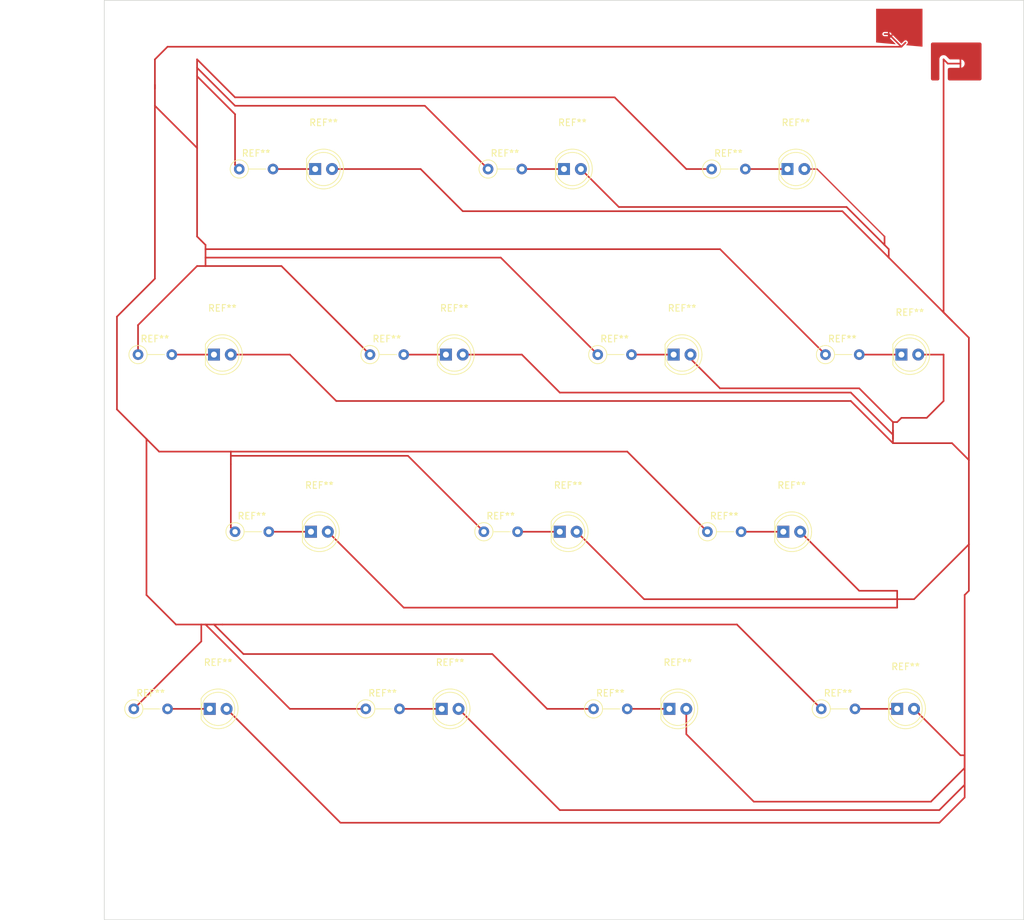
<source format=kicad_pcb>
(kicad_pcb (version 20201220) (generator pcbnew)
  (layers (0 "F.Cu" signal) (31 "B.Cu" signal) (34 "B.Paste" user) (35 "F.Paste" user) (36 "B.SilkS" user "B.Silkscreen") (37 "F.SilkS" user "F.Silkscreen") (38 "B.Mask" user) (39 "F.Mask" user) (44 "Edge.Cuts" user))
  (net 0 "")
  (footprint "LED_THT:LED_D5.0mm_Clear" (layer "F.Cu") (at 254 105.41)
    (fp_text reference "REF**" (at 1.27 -6.985) (layer "F.SilkS"))
    (fp_text value "LED_D5.0mm_Clear")
    (fp_line (start -1.29 -1.545) (end -1.29 1.545) (layer "F.SilkS") (width 0.12))
    (fp_arc (start 1.27 0) (end -1.29 -1.54483) (angle 148.9) (layer "F.SilkS") (width 0.12))
    (fp_arc (start 1.27 0) (end -1.29 1.54483) (angle -148.9) (layer "F.SilkS") (width 0.12))
    (fp_circle (center 1.27 0) (end 3.77 0) (layer "F.SilkS") (width 0.12) (fill none))
    (pad "1" thru_hole rect (at 0 0) (size 1.8 1.8) (drill 0.9) (layers *.Cu *.Mask))
    (pad "2" thru_hole circle (at 2.54 0) (size 1.8 1.8) (drill 0.9) (layers *.Cu *.Mask))
  )
  (footprint "Resistor_THT:R_Axial_DIN0207_L6.3mm_D2.5mm_P5.08mm_Vertical" (layer "F.Cu") (at 242.57 105.41)
    (fp_text reference "REF**" (at 2.54 -2.37) (layer "F.SilkS"))
    (fp_text value "R_Axial_DIN0207_L6.3mm_D2.5mm_P5.08mm_Vertical")
    (fp_line (start 1.37 0) (end 3.98 0) (layer "F.SilkS") (width 0.12))
    (fp_circle (center 0 0) (end 1.37 0) (layer "F.SilkS") (width 0.12) (fill none))
    (pad "1" thru_hole circle (at 0 0) (size 1.6 1.6) (drill 0.8) (layers *.Cu *.Mask))
    (pad "2" thru_hole oval (at 5.08 0) (size 1.6 1.6) (drill 0.8) (layers *.Cu *.Mask))
  )
  (footprint "Resistor_THT:R_Axial_DIN0207_L6.3mm_D2.5mm_P5.08mm_Vertical" (layer "F.Cu") (at 259.715 133.35)
    (fp_text reference "REF**" (at 2.54 -2.37) (layer "F.SilkS"))
    (fp_text value "R_Axial_DIN0207_L6.3mm_D2.5mm_P5.08mm_Vertical")
    (fp_line (start 1.37 0) (end 3.98 0) (layer "F.SilkS") (width 0.12))
    (fp_circle (center 0 0) (end 1.37 0) (layer "F.SilkS") (width 0.12) (fill none))
    (pad "1" thru_hole circle (at 0 0) (size 1.6 1.6) (drill 0.8) (layers *.Cu *.Mask))
    (pad "2" thru_hole oval (at 5.08 0) (size 1.6 1.6) (drill 0.8) (layers *.Cu *.Mask))
  )
  (footprint "Resistor_THT:R_Axial_DIN0207_L6.3mm_D2.5mm_P5.08mm_Vertical" (layer "F.Cu") (at 241.935 160.02)
    (fp_text reference "REF**" (at 2.54 -2.37) (layer "F.SilkS"))
    (fp_text value "R_Axial_DIN0207_L6.3mm_D2.5mm_P5.08mm_Vertical")
    (fp_line (start 1.37 0) (end 3.98 0) (layer "F.SilkS") (width 0.12))
    (fp_circle (center 0 0) (end 1.37 0) (layer "F.SilkS") (width 0.12) (fill none))
    (pad "1" thru_hole circle (at 0 0) (size 1.6 1.6) (drill 0.8) (layers *.Cu *.Mask))
    (pad "2" thru_hole oval (at 5.08 0) (size 1.6 1.6) (drill 0.8) (layers *.Cu *.Mask))
  )
  (footprint "Resistor_THT:R_Axial_DIN0207_L6.3mm_D2.5mm_P5.08mm_Vertical" (layer "F.Cu") (at 171.45 105.41)
    (fp_text reference "REF**" (at 2.54 -2.37) (layer "F.SilkS"))
    (fp_text value "R_Axial_DIN0207_L6.3mm_D2.5mm_P5.08mm_Vertical")
    (fp_line (start 1.37 0) (end 3.98 0) (layer "F.SilkS") (width 0.12))
    (fp_circle (center 0 0) (end 1.37 0) (layer "F.SilkS") (width 0.12) (fill none))
    (pad "1" thru_hole circle (at 0 0) (size 1.6 1.6) (drill 0.8) (layers *.Cu *.Mask))
    (pad "2" thru_hole oval (at 5.08 0) (size 1.6 1.6) (drill 0.8) (layers *.Cu *.Mask))
  )
  (footprint "Resistor_THT:R_Axial_DIN0207_L6.3mm_D2.5mm_P5.08mm_Vertical" (layer "F.Cu") (at 155.575 186.69)
    (fp_text reference "REF**" (at 2.54 -2.37) (layer "F.SilkS"))
    (fp_text value "R_Axial_DIN0207_L6.3mm_D2.5mm_P5.08mm_Vertical")
    (fp_line (start 1.37 0) (end 3.98 0) (layer "F.SilkS") (width 0.12))
    (fp_circle (center 0 0) (end 1.37 0) (layer "F.SilkS") (width 0.12) (fill none))
    (pad "1" thru_hole circle (at 0 0) (size 1.6 1.6) (drill 0.8) (layers *.Cu *.Mask))
    (pad "2" thru_hole oval (at 5.08 0) (size 1.6 1.6) (drill 0.8) (layers *.Cu *.Mask))
  )
  (footprint "LED_THT:LED_D5.0mm_Clear" (layer "F.Cu") (at 236.855 133.35)
    (fp_text reference "REF**" (at 1.27 -6.985) (layer "F.SilkS"))
    (fp_text value "LED_D5.0mm_Clear")
    (fp_line (start -1.29 -1.545) (end -1.29 1.545) (layer "F.SilkS") (width 0.12))
    (fp_arc (start 1.27 0) (end -1.29 -1.54483) (angle 148.9) (layer "F.SilkS") (width 0.12))
    (fp_arc (start 1.27 0) (end -1.29 1.54483) (angle -148.9) (layer "F.SilkS") (width 0.12))
    (fp_circle (center 1.27 0) (end 3.77 0) (layer "F.SilkS") (width 0.12) (fill none))
    (pad "1" thru_hole rect (at 0 0) (size 1.8 1.8) (drill 0.9) (layers *.Cu *.Mask))
    (pad "2" thru_hole circle (at 2.54 0) (size 1.8 1.8) (drill 0.9) (layers *.Cu *.Mask))
  )
  (footprint "LED_THT:LED_D5.0mm_Clear" (layer "F.Cu") (at 253.365 160.02)
    (fp_text reference "REF**" (at 1.27 -6.985) (layer "F.SilkS"))
    (fp_text value "LED_D5.0mm_Clear")
    (fp_line (start -1.29 -1.545) (end -1.29 1.545) (layer "F.SilkS") (width 0.12))
    (fp_arc (start 1.27 0) (end -1.29 -1.54483) (angle 148.9) (layer "F.SilkS") (width 0.12))
    (fp_arc (start 1.27 0) (end -1.29 1.54483) (angle -148.9) (layer "F.SilkS") (width 0.12))
    (fp_circle (center 1.27 0) (end 3.77 0) (layer "F.SilkS") (width 0.12) (fill none))
    (pad "1" thru_hole rect (at 0 0) (size 1.8 1.8) (drill 0.9) (layers *.Cu *.Mask))
    (pad "2" thru_hole circle (at 2.54 0) (size 1.8 1.8) (drill 0.9) (layers *.Cu *.Mask))
  )
  (footprint "LED_THT:LED_D5.0mm_Clear" (layer "F.Cu") (at 270.51 186.69)
    (fp_text reference "REF**" (at 1.27 -6.35) (layer "F.SilkS"))
    (fp_text value "LED_D5.0mm_Clear")
    (fp_line (start -1.29 -1.545) (end -1.29 1.545) (layer "F.SilkS") (width 0.12))
    (fp_arc (start 1.27 0) (end -1.29 -1.54483) (angle 148.9) (layer "F.SilkS") (width 0.12))
    (fp_arc (start 1.27 0) (end -1.29 1.54483) (angle -148.9) (layer "F.SilkS") (width 0.12))
    (fp_circle (center 1.27 0) (end 3.77 0) (layer "F.SilkS") (width 0.12) (fill none))
    (pad "1" thru_hole rect (at 0 0) (size 1.8 1.8) (drill 0.9) (layers *.Cu *.Mask))
    (pad "2" thru_hole circle (at 2.54 0) (size 1.8 1.8) (drill 0.9) (layers *.Cu *.Mask))
  )
  (footprint "Resistor_THT:R_Axial_DIN0207_L6.3mm_D2.5mm_P5.08mm_Vertical" (layer "F.Cu") (at 259.08 186.69)
    (fp_text reference "REF**" (at 2.54 -2.37) (layer "F.SilkS"))
    (fp_text value "R_Axial_DIN0207_L6.3mm_D2.5mm_P5.08mm_Vertical")
    (fp_line (start 1.37 0) (end 3.98 0) (layer "F.SilkS") (width 0.12))
    (fp_circle (center 0 0) (end 1.37 0) (layer "F.SilkS") (width 0.12) (fill none))
    (pad "1" thru_hole circle (at 0 0) (size 1.6 1.6) (drill 0.8) (layers *.Cu *.Mask))
    (pad "2" thru_hole oval (at 5.08 0) (size 1.6 1.6) (drill 0.8) (layers *.Cu *.Mask))
  )
  (footprint "LED_THT:LED_D5.0mm_Clear" (layer "F.Cu") (at 202.565 133.35)
    (fp_text reference "REF**" (at 1.27 -6.985) (layer "F.SilkS"))
    (fp_text value "LED_D5.0mm_Clear")
    (fp_line (start -1.29 -1.545) (end -1.29 1.545) (layer "F.SilkS") (width 0.12))
    (fp_arc (start 1.27 0) (end -1.29 -1.54483) (angle 148.9) (layer "F.SilkS") (width 0.12))
    (fp_arc (start 1.27 0) (end -1.29 1.54483) (angle -148.9) (layer "F.SilkS") (width 0.12))
    (fp_circle (center 1.27 0) (end 3.77 0) (layer "F.SilkS") (width 0.12) (fill none))
    (pad "1" thru_hole rect (at 0 0) (size 1.8 1.8) (drill 0.9) (layers *.Cu *.Mask))
    (pad "2" thru_hole circle (at 2.54 0) (size 1.8 1.8) (drill 0.9) (layers *.Cu *.Mask))
  )
  (footprint "LED_THT:LED_D5.0mm_Clear" (layer "F.Cu") (at 236.22 186.69)
    (fp_text reference "REF**" (at 1.27 -6.985) (layer "F.SilkS"))
    (fp_text value "LED_D5.0mm_Clear")
    (fp_line (start -1.29 -1.545) (end -1.29 1.545) (layer "F.SilkS") (width 0.12))
    (fp_arc (start 1.27 0) (end -1.29 -1.54483) (angle 148.9) (layer "F.SilkS") (width 0.12))
    (fp_arc (start 1.27 0) (end -1.29 1.54483) (angle -148.9) (layer "F.SilkS") (width 0.12))
    (fp_circle (center 1.27 0) (end 3.77 0) (layer "F.SilkS") (width 0.12) (fill none))
    (pad "1" thru_hole rect (at 0 0) (size 1.8 1.8) (drill 0.9) (layers *.Cu *.Mask))
    (pad "2" thru_hole circle (at 2.54 0) (size 1.8 1.8) (drill 0.9) (layers *.Cu *.Mask))
  )
  (footprint "Resistor_THT:R_Axial_DIN0207_L6.3mm_D2.5mm_P5.08mm_Vertical" (layer "F.Cu") (at 170.815 160.02)
    (fp_text reference "REF**" (at 2.54 -2.37) (layer "F.SilkS"))
    (fp_text value "R_Axial_DIN0207_L6.3mm_D2.5mm_P5.08mm_Vertical")
    (fp_line (start 1.37 0) (end 3.98 0) (layer "F.SilkS") (width 0.12))
    (fp_circle (center 0 0) (end 1.37 0) (layer "F.SilkS") (width 0.12) (fill none))
    (pad "1" thru_hole circle (at 0 0) (size 1.6 1.6) (drill 0.8) (layers *.Cu *.Mask))
    (pad "2" thru_hole oval (at 5.08 0) (size 1.6 1.6) (drill 0.8) (layers *.Cu *.Mask))
  )
  (footprint "Resistor_THT:R_Axial_DIN0207_L6.3mm_D2.5mm_P5.08mm_Vertical" (layer "F.Cu") (at 224.79 186.69)
    (fp_text reference "REF**" (at 2.54 -2.37) (layer "F.SilkS"))
    (fp_text value "R_Axial_DIN0207_L6.3mm_D2.5mm_P5.08mm_Vertical")
    (fp_line (start 1.37 0) (end 3.98 0) (layer "F.SilkS") (width 0.12))
    (fp_circle (center 0 0) (end 1.37 0) (layer "F.SilkS") (width 0.12) (fill none))
    (pad "1" thru_hole circle (at 0 0) (size 1.6 1.6) (drill 0.8) (layers *.Cu *.Mask))
    (pad "2" thru_hole oval (at 5.08 0) (size 1.6 1.6) (drill 0.8) (layers *.Cu *.Mask))
  )
  (footprint "LED_THT:LED_D5.0mm_Clear" (layer "F.Cu") (at 220.345 105.41)
    (fp_text reference "REF**" (at 1.27 -6.985) (layer "F.SilkS"))
    (fp_text value "LED_D5.0mm_Clear")
    (fp_line (start -1.29 -1.545) (end -1.29 1.545) (layer "F.SilkS") (width 0.12))
    (fp_arc (start 1.27 0) (end -1.29 -1.54483) (angle 148.9) (layer "F.SilkS") (width 0.12))
    (fp_arc (start 1.27 0) (end -1.29 1.54483) (angle -148.9) (layer "F.SilkS") (width 0.12))
    (fp_circle (center 1.27 0) (end 3.77 0) (layer "F.SilkS") (width 0.12) (fill none))
    (pad "1" thru_hole rect (at 0 0) (size 1.8 1.8) (drill 0.9) (layers *.Cu *.Mask))
    (pad "2" thru_hole circle (at 2.54 0) (size 1.8 1.8) (drill 0.9) (layers *.Cu *.Mask))
  )
  (footprint "Resistor_THT:R_Axial_DIN0207_L6.3mm_D2.5mm_P5.08mm_Vertical" (layer "F.Cu") (at 191.135 133.35)
    (fp_text reference "REF**" (at 2.54 -2.37) (layer "F.SilkS"))
    (fp_text value "R_Axial_DIN0207_L6.3mm_D2.5mm_P5.08mm_Vertical")
    (fp_line (start 1.37 0) (end 3.98 0) (layer "F.SilkS") (width 0.12))
    (fp_circle (center 0 0) (end 1.37 0) (layer "F.SilkS") (width 0.12) (fill none))
    (pad "1" thru_hole circle (at 0 0) (size 1.6 1.6) (drill 0.8) (layers *.Cu *.Mask))
    (pad "2" thru_hole oval (at 5.08 0) (size 1.6 1.6) (drill 0.8) (layers *.Cu *.Mask))
  )
  (footprint "Resistor_THT:R_Axial_DIN0207_L6.3mm_D2.5mm_P5.08mm_Vertical" (layer "F.Cu") (at 225.425 133.35)
    (fp_text reference "REF**" (at 2.54 -2.37) (layer "F.SilkS"))
    (fp_text value "R_Axial_DIN0207_L6.3mm_D2.5mm_P5.08mm_Vertical")
    (fp_line (start 1.37 0) (end 3.98 0) (layer "F.SilkS") (width 0.12))
    (fp_circle (center 0 0) (end 1.37 0) (layer "F.SilkS") (width 0.12) (fill none))
    (pad "1" thru_hole circle (at 0 0) (size 1.6 1.6) (drill 0.8) (layers *.Cu *.Mask))
    (pad "2" thru_hole oval (at 5.08 0) (size 1.6 1.6) (drill 0.8) (layers *.Cu *.Mask))
  )
  (footprint "LED_THT:LED_D5.0mm_Clear" (layer "F.Cu") (at 182.88 105.41)
    (fp_text reference "REF**" (at 1.27 -6.985) (layer "F.SilkS"))
    (fp_text value "LED_D5.0mm_Clear")
    (fp_line (start -1.29 -1.545) (end -1.29 1.545) (layer "F.SilkS") (width 0.12))
    (fp_arc (start 1.27 0) (end -1.29 -1.54483) (angle 148.9) (layer "F.SilkS") (width 0.12))
    (fp_arc (start 1.27 0) (end -1.29 1.54483) (angle -148.9) (layer "F.SilkS") (width 0.12))
    (fp_circle (center 1.27 0) (end 3.77 0) (layer "F.SilkS") (width 0.12) (fill none))
    (pad "1" thru_hole rect (at 0 0) (size 1.8 1.8) (drill 0.9) (layers *.Cu *.Mask))
    (pad "2" thru_hole circle (at 2.54 0) (size 1.8 1.8) (drill 0.9) (layers *.Cu *.Mask))
  )
  (footprint "LED_THT:LED_D5.0mm_Clear" (layer "F.Cu") (at 167.005 186.69)
    (fp_text reference "REF**" (at 1.27 -6.985) (layer "F.SilkS"))
    (fp_text value "LED_D5.0mm_Clear")
    (fp_line (start -1.29 -1.545) (end -1.29 1.545) (layer "F.SilkS") (width 0.12))
    (fp_arc (start 1.27 0) (end -1.29 -1.54483) (angle 148.9) (layer "F.SilkS") (width 0.12))
    (fp_arc (start 1.27 0) (end -1.29 1.54483) (angle -148.9) (layer "F.SilkS") (width 0.12))
    (fp_circle (center 1.27 0) (end 3.77 0) (layer "F.SilkS") (width 0.12) (fill none))
    (pad "1" thru_hole rect (at 0 0) (size 1.8 1.8) (drill 0.9) (layers *.Cu *.Mask))
    (pad "2" thru_hole circle (at 2.54 0) (size 1.8 1.8) (drill 0.9) (layers *.Cu *.Mask))
  )
  (footprint "Resistor_THT:R_Axial_DIN0207_L6.3mm_D2.5mm_P5.08mm_Vertical" (layer "F.Cu") (at 190.5 186.69)
    (fp_text reference "REF**" (at 2.54 -2.37) (layer "F.SilkS"))
    (fp_text value "R_Axial_DIN0207_L6.3mm_D2.5mm_P5.08mm_Vertical")
    (fp_line (start 1.37 0) (end 3.98 0) (layer "F.SilkS") (width 0.12))
    (fp_circle (center 0 0) (end 1.37 0) (layer "F.SilkS") (width 0.12) (fill none))
    (pad "1" thru_hole circle (at 0 0) (size 1.6 1.6) (drill 0.8) (layers *.Cu *.Mask))
    (pad "2" thru_hole oval (at 5.08 0) (size 1.6 1.6) (drill 0.8) (layers *.Cu *.Mask))
  )
  (footprint "Resistor_THT:R_Axial_DIN0207_L6.3mm_D2.5mm_P5.08mm_Vertical" (layer "F.Cu") (at 208.28 160.02)
    (fp_text reference "REF**" (at 2.54 -2.37) (layer "F.SilkS"))
    (fp_text value "R_Axial_DIN0207_L6.3mm_D2.5mm_P5.08mm_Vertical")
    (fp_line (start 1.37 0) (end 3.98 0) (layer "F.SilkS") (width 0.12))
    (fp_circle (center 0 0) (end 1.37 0) (layer "F.SilkS") (width 0.12) (fill none))
    (pad "1" thru_hole circle (at 0 0) (size 1.6 1.6) (drill 0.8) (layers *.Cu *.Mask))
    (pad "2" thru_hole oval (at 5.08 0) (size 1.6 1.6) (drill 0.8) (layers *.Cu *.Mask))
  )
  (footprint "Resistor_THT:R_Axial_DIN0207_L6.3mm_D2.5mm_P5.08mm_Vertical" (layer "F.Cu") (at 208.915 105.41)
    (fp_text reference "REF**" (at 2.54 -2.37) (layer "F.SilkS"))
    (fp_text value "R_Axial_DIN0207_L6.3mm_D2.5mm_P5.08mm_Vertical")
    (fp_line (start 1.37 0) (end 3.98 0) (layer "F.SilkS") (width 0.12))
    (fp_circle (center 0 0) (end 1.37 0) (layer "F.SilkS") (width 0.12) (fill none))
    (pad "1" thru_hole circle (at 0 0) (size 1.6 1.6) (drill 0.8) (layers *.Cu *.Mask))
    (pad "2" thru_hole oval (at 5.08 0) (size 1.6 1.6) (drill 0.8) (layers *.Cu *.Mask))
  )
  (footprint "LED_THT:LED_D5.0mm_Clear" (layer "F.Cu") (at 219.71 160.02)
    (fp_text reference "REF**" (at 1.27 -6.985) (layer "F.SilkS"))
    (fp_text value "LED_D5.0mm_Clear")
    (fp_line (start -1.29 -1.545) (end -1.29 1.545) (layer "F.SilkS") (width 0.12))
    (fp_arc (start 1.27 0) (end -1.29 -1.54483) (angle 148.9) (layer "F.SilkS") (width 0.12))
    (fp_arc (start 1.27 0) (end -1.29 1.54483) (angle -148.9) (layer "F.SilkS") (width 0.12))
    (fp_circle (center 1.27 0) (end 3.77 0) (layer "F.SilkS") (width 0.12) (fill none))
    (pad "1" thru_hole rect (at 0 0) (size 1.8 1.8) (drill 0.9) (layers *.Cu *.Mask))
    (pad "2" thru_hole circle (at 2.54 0) (size 1.8 1.8) (drill 0.9) (layers *.Cu *.Mask))
  )
  (footprint "LED_THT:LED_D5.0mm_Clear" (layer "F.Cu") (at 201.93 186.69)
    (fp_text reference "REF**" (at 1.27 -6.985) (layer "F.SilkS"))
    (fp_text value "LED_D5.0mm_Clear")
    (fp_line (start -1.29 -1.545) (end -1.29 1.545) (layer "F.SilkS") (width 0.12))
    (fp_arc (start 1.27 0) (end -1.29 -1.54483) (angle 148.9) (layer "F.SilkS") (width 0.12))
    (fp_arc (start 1.27 0) (end -1.29 1.54483) (angle -148.9) (layer "F.SilkS") (width 0.12))
    (fp_circle (center 1.27 0) (end 3.77 0) (layer "F.SilkS") (width 0.12) (fill none))
    (pad "1" thru_hole rect (at 0 0) (size 1.8 1.8) (drill 0.9) (layers *.Cu *.Mask))
    (pad "2" thru_hole circle (at 2.54 0) (size 1.8 1.8) (drill 0.9) (layers *.Cu *.Mask))
  )
  (footprint "LED_THT:LED_D5.0mm_Clear" (layer "F.Cu") (at 182.245 160.02)
    (fp_text reference "REF**" (at 1.27 -6.985) (layer "F.SilkS"))
    (fp_text value "LED_D5.0mm_Clear")
    (fp_line (start -1.29 -1.545) (end -1.29 1.545) (layer "F.SilkS") (width 0.12))
    (fp_arc (start 1.27 0) (end -1.29 -1.54483) (angle 148.9) (layer "F.SilkS") (width 0.12))
    (fp_arc (start 1.27 0) (end -1.29 1.54483) (angle -148.9) (layer "F.SilkS") (width 0.12))
    (fp_circle (center 1.27 0) (end 3.77 0) (layer "F.SilkS") (width 0.12) (fill none))
    (pad "1" thru_hole rect (at 0 0) (size 1.8 1.8) (drill 0.9) (layers *.Cu *.Mask))
    (pad "2" thru_hole circle (at 2.54 0) (size 1.8 1.8) (drill 0.9) (layers *.Cu *.Mask))
  )
  (footprint "Resistor_THT:R_Axial_DIN0207_L6.3mm_D2.5mm_P5.08mm_Vertical" (layer "F.Cu") (at 156.21 133.35)
    (fp_text reference "REF**" (at 2.54 -2.37) (layer "F.SilkS"))
    (fp_text value "R_Axial_DIN0207_L6.3mm_D2.5mm_P5.08mm_Vertical")
    (fp_line (start 1.37 0) (end 3.98 0) (layer "F.SilkS") (width 0.12))
    (fp_circle (center 0 0) (end 1.37 0) (layer "F.SilkS") (width 0.12) (fill none))
    (pad "1" thru_hole circle (at 0 0) (size 1.6 1.6) (drill 0.8) (layers *.Cu *.Mask))
    (pad "2" thru_hole oval (at 5.08 0) (size 1.6 1.6) (drill 0.8) (layers *.Cu *.Mask))
  )
  (footprint "LED_THT:LED_D5.0mm_Clear" (layer "F.Cu") (at 271.145 133.35)
    (fp_text reference "REF**" (at 1.27 -6.35) (layer "F.SilkS"))
    (fp_text value "LED_D5.0mm_Clear")
    (fp_line (start -1.29 -1.545) (end -1.29 1.545) (layer "F.SilkS") (width 0.12))
    (fp_arc (start 1.27 0) (end -1.29 -1.54483) (angle 148.9) (layer "F.SilkS") (width 0.12))
    (fp_arc (start 1.27 0) (end -1.29 1.54483) (angle -148.9) (layer "F.SilkS") (width 0.12))
    (fp_circle (center 1.27 0) (end 3.77 0) (layer "F.SilkS") (width 0.12) (fill none))
    (pad "1" thru_hole rect (at 0 0) (size 1.8 1.8) (drill 0.9) (layers *.Cu *.Mask))
    (pad "2" thru_hole circle (at 2.54 0) (size 1.8 1.8) (drill 0.9) (layers *.Cu *.Mask))
  )
  (footprint "LED_THT:LED_D5.0mm_Clear" (layer "F.Cu") (at 167.64 133.35)
    (fp_text reference "REF**" (at 1.27 -6.985) (layer "F.SilkS"))
    (fp_text value "LED_D5.0mm_Clear")
    (fp_line (start -1.29 -1.545) (end -1.29 1.545) (layer "F.SilkS") (width 0.12))
    (fp_arc (start 1.27 0) (end -1.29 -1.54483) (angle 148.9) (layer "F.SilkS") (width 0.12))
    (fp_arc (start 1.27 0) (end -1.29 1.54483) (angle -148.9) (layer "F.SilkS") (width 0.12))
    (fp_circle (center 1.27 0) (end 3.77 0) (layer "F.SilkS") (width 0.12) (fill none))
    (pad "1" thru_hole rect (at 0 0) (size 1.8 1.8) (drill 0.9) (layers *.Cu *.Mask))
    (pad "2" thru_hole circle (at 2.54 0) (size 1.8 1.8) (drill 0.9) (layers *.Cu *.Mask))
  )
  (gr_rect (start 151.13 80.01) (end 289.56 218.44) (layer "Edge.Cuts") (width 0.1) (fill none))
  (segment (start 269.24 83.185) (end 269.24 85.725) (width 0.25) (layer "F.Cu") (net 0))
  (segment (start 170.815 95.885) (end 199.39 95.885) (width 0.25) (layer "F.Cu") (net 0))
  (segment (start 243.84 117.475) (end 166.37 117.475) (width 0.25) (layer "F.Cu") (net 0))
  (segment (start 205.105 133.35) (end 213.995 133.35) (width 0.25) (layer "F.Cu") (net 0))
  (segment (start 267.97 114.935) (end 268.605 115.57) (width 0.2) (layer "F.Cu") (net 0))
  (segment (start 280.035 193.675) (end 280.67 193.675) (width 0.25) (layer "F.Cu") (net 0))
  (segment (start 171.45 105.41) (end 170.815 104.775) (width 0.25) (layer "F.Cu") (net 0))
  (segment (start 153.035 141.605) (end 157.48 146.05) (width 0.25) (layer "F.Cu") (net 0))
  (segment (start 256.54 105.41) (end 258.445 105.41) (width 0.2) (layer "F.Cu") (net 0))
  (segment (start 279.4 86.995) (end 279.4 88.265) (width 0.25) (layer "F.Cu") (net 0))
  (segment (start 281.305 168.91) (end 281.305 161.925) (width 0.25) (layer "F.Cu") (net 0))
  (segment (start 158.75 95.885) (end 158.75 92.71) (width 0.25) (layer "F.Cu") (net 0))
  (segment (start 170.18 159.385) (end 170.815 160.02) (width 0.25) (layer "F.Cu") (net 0))
  (segment (start 279.4 88.265) (end 280.035 88.9) (width 0.25) (layer "F.Cu") (net 0))
  (segment (start 280.67 200.025) (end 280.67 193.675) (width 0.25) (layer "F.Cu") (net 0))
  (segment (start 160.655 86.995) (end 271.145 86.995) (width 0.25) (layer "F.Cu") (net 0))
  (segment (start 170.815 97.155) (end 165.1 91.44) (width 0.25) (layer "F.Cu") (net 0))
  (segment (start 280.035 90.805) (end 280.035 87.63) (width 0.25) (layer "F.Cu") (net 0))
  (segment (start 263.525 140.335) (end 269.875 146.685) (width 0.25) (layer "F.Cu") (net 0))
  (segment (start 264.795 168.91) (end 270.51 168.91) (width 0.25) (layer "F.Cu") (net 0))
  (segment (start 217.805 186.69) (end 224.79 186.69) (width 0.25) (layer "F.Cu") (net 0))
  (segment (start 213.995 105.41) (end 220.345 105.41) (width 0.25) (layer "F.Cu") (net 0))
  (segment (start 161.29 133.35) (end 167.64 133.35) (width 0.25) (layer "F.Cu") (net 0))
  (segment (start 271.78 83.185) (end 269.24 85.725) (width 0.25) (layer "F.Cu") (net 0))
  (segment (start 238.76 190.5) (end 248.92 200.66) (width 0.25) (layer "F.Cu") (net 0))
  (segment (start 277.495 88.9) (end 277.495 127) (width 0.25) (layer "F.Cu") (net 0))
  (segment (start 213.995 133.35) (end 219.71 139.065) (width 0.25) (layer "F.Cu") (net 0))
  (segment (start 156.21 128.905) (end 165.1 120.015) (width 0.25) (layer "F.Cu") (net 0))
  (segment (start 157.48 169.545) (end 161.925 173.99) (width 0.25) (layer "F.Cu") (net 0))
  (segment (start 210.82 118.745) (end 225.425 133.35) (width 0.25) (layer "F.Cu") (net 0))
  (segment (start 170.18 147.955) (end 170.18 149.86) (width 0.25) (layer "F.Cu") (net 0))
  (segment (start 213.36 160.02) (end 219.71 160.02) (width 0.25) (layer "F.Cu") (net 0))
  (segment (start 165.1 88.9) (end 165.1 115.57) (width 0.25) (layer "F.Cu") (net 0))
  (segment (start 269.24 118.745) (end 269.24 117.475) (width 0.25) (layer "F.Cu") (net 0))
  (segment (start 278.765 146.685) (end 281.305 149.225) (width 0.25) (layer "F.Cu") (net 0))
  (segment (start 248.92 200.66) (end 275.59 200.66) (width 0.25) (layer "F.Cu") (net 0))
  (segment (start 269.24 85.09) (end 271.145 86.995) (width 0.25) (layer "F.Cu") (net 0))
  (segment (start 281.305 161.925) (end 281.305 149.225) (width 0.25) (layer "F.Cu") (net 0))
  (segment (start 222.25 160.02) (end 232.41 170.18) (width 0.25) (layer "F.Cu") (net 0))
  (segment (start 169.545 186.69) (end 186.69 203.835) (width 0.25) (layer "F.Cu") (net 0))
  (segment (start 276.86 203.835) (end 280.67 200.025) (width 0.25) (layer "F.Cu") (net 0))
  (segment (start 276.86 201.93) (end 280.67 198.12) (width 0.25) (layer "F.Cu") (net 0))
  (segment (start 170.18 148.59) (end 196.85 148.59) (width 0.25) (layer "F.Cu") (net 0))
  (segment (start 184.785 160.02) (end 196.215 171.45) (width 0.25) (layer "F.Cu") (net 0))
  (segment (start 205.105 111.76) (end 252.73 111.76) (width 0.25) (layer "F.Cu") (net 0))
  (segment (start 198.755 105.41) (end 203.2 109.855) (width 0.25) (layer "F.Cu") (net 0))
  (segment (start 270.51 170.18) (end 273.05 170.18) (width 0.25) (layer "F.Cu") (net 0))
  (segment (start 160.02 97.155) (end 158.75 95.885) (width 0.25) (layer "F.Cu") (net 0))
  (segment (start 280.67 195.58) (end 280.67 169.545) (width 0.25) (layer "F.Cu") (net 0))
  (segment (start 252.73 111.76) (end 262.255 111.76) (width 0.25) (layer "F.Cu") (net 0))
  (segment (start 268.605 85.09) (end 269.24 85.09) (width 0.25) (layer "F.Cu") (net 0))
  (segment (start 186.055 140.335) (end 263.525 140.335) (width 0.25) (layer "F.Cu") (net 0))
  (segment (start 166.37 116.84) (end 166.37 120.015) (width 0.25) (layer "F.Cu") (net 0))
  (segment (start 271.145 86.995) (end 271.78 86.36) (width 0.25) (layer "F.Cu") (net 0))
  (segment (start 179.07 133.35) (end 186.055 140.335) (width 0.25) (layer "F.Cu") (net 0))
  (segment (start 278.765 128.27) (end 269.24 118.745) (width 0.25) (layer "F.Cu") (net 0))
  (segment (start 179.07 186.69) (end 190.5 186.69) (width 0.25) (layer "F.Cu") (net 0))
  (segment (start 238.76 105.41) (end 227.965 94.615) (width 0.25) (layer "F.Cu") (net 0))
  (segment (start 262.255 111.76) (end 269.24 118.745) (width 0.25) (layer "F.Cu") (net 0))
  (segment (start 269.875 146.685) (end 278.765 146.685) (width 0.25) (layer "F.Cu") (net 0))
  (segment (start 160.655 186.69) (end 167.005 186.69) (width 0.25) (layer "F.Cu") (net 0))
  (segment (start 153.035 127.635) (end 153.035 141.605) (width 0.25) (layer "F.Cu") (net 0))
  (segment (start 172.085 178.435) (end 209.55 178.435) (width 0.25) (layer "F.Cu") (net 0))
  (segment (start 203.2 109.855) (end 205.105 111.76) (width 0.25) (layer "F.Cu") (net 0))
  (segment (start 170.815 104.775) (end 170.815 97.155) (width 0.25) (layer "F.Cu") (net 0))
  (segment (start 268.605 116.84) (end 268.605 115.57) (width 0.25) (layer "F.Cu") (net 0))
  (segment (start 242.57 105.41) (end 238.76 105.41) (width 0.25) (layer "F.Cu") (net 0))
  (segment (start 270.51 168.91) (end 270.51 171.45) (width 0.25) (layer "F.Cu") (net 0))
  (segment (start 157.48 146.05) (end 159.385 147.955) (width 0.25) (layer "F.Cu") (net 0))
  (segment (start 272.415 83.185) (end 271.78 83.185) (width 0.25) (layer "F.Cu") (net 0))
  (segment (start 219.71 139.065) (end 263.525 139.065) (width 0.25) (layer "F.Cu") (net 0))
  (segment (start 196.215 133.35) (end 202.565 133.35) (width 0.25) (layer "F.Cu") (net 0))
  (segment (start 166.37 120.015) (end 165.1 120.015) (width 0.25) (layer "F.Cu") (net 0))
  (segment (start 209.55 178.435) (end 217.805 186.69) (width 0.25) (layer "F.Cu") (net 0))
  (segment (start 239.395 133.985) (end 243.84 138.43) (width 0.25) (layer "F.Cu") (net 0))
  (segment (start 166.37 173.99) (end 179.07 186.69) (width 0.25) (layer "F.Cu") (net 0))
  (segment (start 271.145 142.875) (end 270.51 143.51) (width 0.25) (layer "F.Cu") (net 0))
  (segment (start 269.875 144.78) (end 269.875 143.51) (width 0.25) (layer "F.Cu") (net 0))
  (segment (start 177.8 120.015) (end 191.135 133.35) (width 0.25) (layer "F.Cu") (net 0))
  (segment (start 281.305 130.81) (end 278.765 128.27) (width 0.25) (layer "F.Cu") (net 0))
  (segment (start 264.795 133.35) (end 271.145 133.35) (width 0.25) (layer "F.Cu") (net 0))
  (segment (start 204.47 186.69) (end 219.71 201.93) (width 0.25) (layer "F.Cu") (net 0))
  (segment (start 229.87 186.69) (end 236.22 186.69) (width 0.25) (layer "F.Cu") (net 0))
  (segment (start 222.885 105.41) (end 228.6 111.125) (width 0.25) (layer "F.Cu") (net 0))
  (segment (start 196.215 171.45) (end 270.51 171.45) (width 0.25) (layer "F.Cu") (net 0))
  (segment (start 269.875 146.05) (end 269.875 144.78) (width 0.25) (layer "F.Cu") (net 0))
  (segment (start 264.16 186.69) (end 270.51 186.69) (width 0.25) (layer "F.Cu") (net 0))
  (segment (start 273.05 170.18) (end 281.305 161.925) (width 0.25) (layer "F.Cu") (net 0))
  (segment (start 165.1 115.57) (end 165.735 116.205) (width 0.25) (layer "F.Cu") (net 0))
  (segment (start 247.015 160.02) (end 253.365 160.02) (width 0.25) (layer "F.Cu") (net 0))
  (segment (start 229.87 147.955) (end 170.18 147.955) (width 0.25) (layer "F.Cu") (net 0))
  (segment (start 195.58 186.69) (end 201.93 186.69) (width 0.25) (layer "F.Cu") (net 0))
  (segment (start 243.84 138.43) (end 264.795 138.43) (width 0.25) (layer "F.Cu") (net 0))
  (segment (start 277.495 140.335) (end 274.955 142.875) (width 0.25) (layer "F.Cu") (net 0))
  (segment (start 161.925 173.99) (end 168.91 173.99) (width 0.25) (layer "F.Cu") (net 0))
  (segment (start 186.69 203.835) (end 276.86 203.835) (width 0.25) (layer "F.Cu") (net 0))
  (segment (start 232.41 170.18) (end 270.51 170.18) (width 0.25) (layer "F.Cu") (net 0))
  (segment (start 264.795 138.43) (end 269.875 143.51) (width 0.25) (layer "F.Cu") (net 0))
  (segment (start 158.75 88.9) (end 160.655 86.995) (width 0.25) (layer "F.Cu") (net 0))
  (segment (start 269.875 144.78) (end 269.875 146.685) (width 0.25) (layer "F.Cu") (net 0))
  (segment (start 259.715 133.35) (end 243.84 117.475) (width 0.25) (layer "F.Cu") (net 0))
  (segment (start 157.48 146.05) (end 157.48 169.545) (width 0.25) (layer "F.Cu") (net 0))
  (segment (start 199.39 95.885) (end 208.915 105.41) (width 0.25) (layer "F.Cu") (net 0))
  (segment (start 263.525 139.065) (end 269.875 145.415) (width 0.25) (layer "F.Cu") (net 0))
  (segment (start 269.24 117.475) (end 268.605 116.84) (width 0.25) (layer "F.Cu") (net 0))
  (segment (start 170.815 94.615) (end 165.1 88.9) (width 0.25) (layer "F.Cu") (net 0))
  (segment (start 166.37 120.015) (end 177.8 120.015) (width 0.25) (layer "F.Cu") (net 0))
  (segment (start 274.955 142.875) (end 271.145 142.875) (width 0.25) (layer "F.Cu") (net 0))
  (segment (start 280.035 87.63) (end 279.4 86.995) (width 0.25) (layer "F.Cu") (net 0))
  (segment (start 255.905 160.02) (end 264.795 168.91) (width 0.25) (layer "F.Cu") (net 0))
  (segment (start 158.75 93.345) (end 158.75 88.9) (width 0.25) (layer "F.Cu") (net 0))
  (segment (start 273.685 133.35) (end 277.495 133.35) (width 0.25) (layer "F.Cu") (net 0))
  (segment (start 165.735 176.53) (end 165.735 173.99) (width 0.25) (layer "F.Cu") (net 0))
  (segment (start 276.225 200.025) (end 280.67 195.58) (width 0.25) (layer "F.Cu") (net 0))
  (segment (start 170.815 160.02) (end 170.18 160.02) (width 0.25) (layer "F.Cu") (net 0))
  (segment (start 155.575 186.69) (end 165.735 176.53) (width 0.25) (layer "F.Cu") (net 0))
  (segment (start 159.385 147.955) (end 170.18 147.955) (width 0.25) (layer "F.Cu") (net 0))
  (segment (start 158.75 121.92) (end 153.035 127.635) (width 0.25) (layer "F.Cu") (net 0))
  (segment (start 168.91 173.99) (end 246.38 173.99) (width 0.25) (layer "F.Cu") (net 0))
  (segment (start 262.89 111.125) (end 268.605 116.84) (width 0.25) (layer "F.Cu") (net 0))
  (segment (start 230.505 133.35) (end 236.855 133.35) (width 0.25) (layer "F.Cu") (net 0))
  (segment (start 238.76 186.69) (end 238.76 190.5) (width 0.25) (layer "F.Cu") (net 0))
  (segment (start 165.1 90.17) (end 170.815 95.885) (width 0.25) (layer "F.Cu") (net 0))
  (segment (start 165.1 102.235) (end 160.02 97.155) (width 0.25) (layer "F.Cu") (net 0))
  (segment (start 158.75 95.885) (end 158.75 121.92) (width 0.25) (layer "F.Cu") (net 0))
  (segment (start 258.445 105.41) (end 267.97 114.935) (width 0.2) (layer "F.Cu") (net 0))
  (segment (start 239.395 133.35) (end 239.395 133.985) (width 0.25) (layer "F.Cu") (net 0))
  (segment (start 247.65 105.41) (end 254 105.41) (width 0.25) (layer "F.Cu") (net 0))
  (segment (start 196.85 148.59) (end 208.28 160.02) (width 0.25) (layer "F.Cu") (net 0))
  (segment (start 228.6 111.125) (end 262.89 111.125) (width 0.25) (layer "F.Cu") (net 0))
  (segment (start 166.37 118.745) (end 210.82 118.745) (width 0.25) (layer "F.Cu") (net 0))
  (segment (start 278.13 89.535) (end 277.495 88.9) (width 0.25) (layer "F.Cu") (net 0))
  (segment (start 185.42 105.41) (end 198.755 105.41) (width 0.25) (layer "F.Cu") (net 0))
  (segment (start 170.18 149.86) (end 170.18 159.385) (width 0.25) (layer "F.Cu") (net 0))
  (segment (start 241.935 160.02) (end 229.87 147.955) (width 0.25) (layer "F.Cu") (net 0))
  (segment (start 227.965 94.615) (end 170.815 94.615) (width 0.25) (layer "F.Cu") (net 0))
  (segment (start 281.305 149.225) (end 281.305 130.81) (width 0.25) (layer "F.Cu") (net 0))
  (segment (start 275.59 200.66) (end 276.225 200.025) (width 0.25) (layer "F.Cu") (net 0))
  (segment (start 280.67 169.545) (end 281.305 168.91) (width 0.25) (layer "F.Cu") (net 0))
  (segment (start 175.895 160.02) (end 182.245 160.02) (width 0.25) (layer "F.Cu") (net 0))
  (segment (start 246.38 173.99) (end 259.08 186.69) (width 0.25) (layer "F.Cu") (net 0))
  (segment (start 165.735 116.205) (end 166.37 116.84) (width 0.25) (layer "F.Cu") (net 0))
  (segment (start 156.21 133.35) (end 156.21 128.905) (width 0.25) (layer "F.Cu") (net 0))
  (segment (start 277.495 127) (end 278.765 128.27) (width 0.25) (layer "F.Cu") (net 0))
  (segment (start 273.05 186.69) (end 280.035 193.675) (width 0.25) (layer "F.Cu") (net 0))
  (segment (start 219.71 201.93) (end 276.86 201.93) (width 0.25) (layer "F.Cu") (net 0))
  (segment (start 270.51 143.51) (end 269.875 143.51) (width 0.25) (layer "F.Cu") (net 0))
  (segment (start 167.64 173.99) (end 172.085 178.435) (width 0.25) (layer "F.Cu") (net 0))
  (segment (start 277.495 133.35) (end 277.495 140.335) (width 0.25) (layer "F.Cu") (net 0))
  (segment (start 170.18 133.35) (end 179.07 133.35) (width 0.25) (layer "F.Cu") (net 0))
  (segment (start 280.035 89.535) (end 278.13 89.535) (width 0.25) (layer "F.Cu") (net 0))
  (segment (start 176.53 105.41) (end 182.88 105.41) (width 0.25) (layer "F.Cu") (net 0))
  (zone (net 0) (net_name "") (layer "F.Cu") (connect_pads (clearance 0)) (min_thickness 0.0508) (fill yes (thermal_gap 0) (thermal_bridge_width 0.1016))
    (polygon (pts (xy 274.32 86.995) (xy 267.335 86.36) (xy 267.335 81.28) (xy 274.32 81.28)))
  )
  (zone (net 0) (net_name "") (layer "F.Cu") (connect_pads (clearance 0.508)) (min_thickness 0.508) (fill yes (thermal_gap 0.508) (thermal_bridge_width 0.508))
    (polygon (pts (xy 283.21 92.075) (xy 275.59 92.075) (xy 275.59 86.36) (xy 283.21 86.36)))
  )
)
</source>
